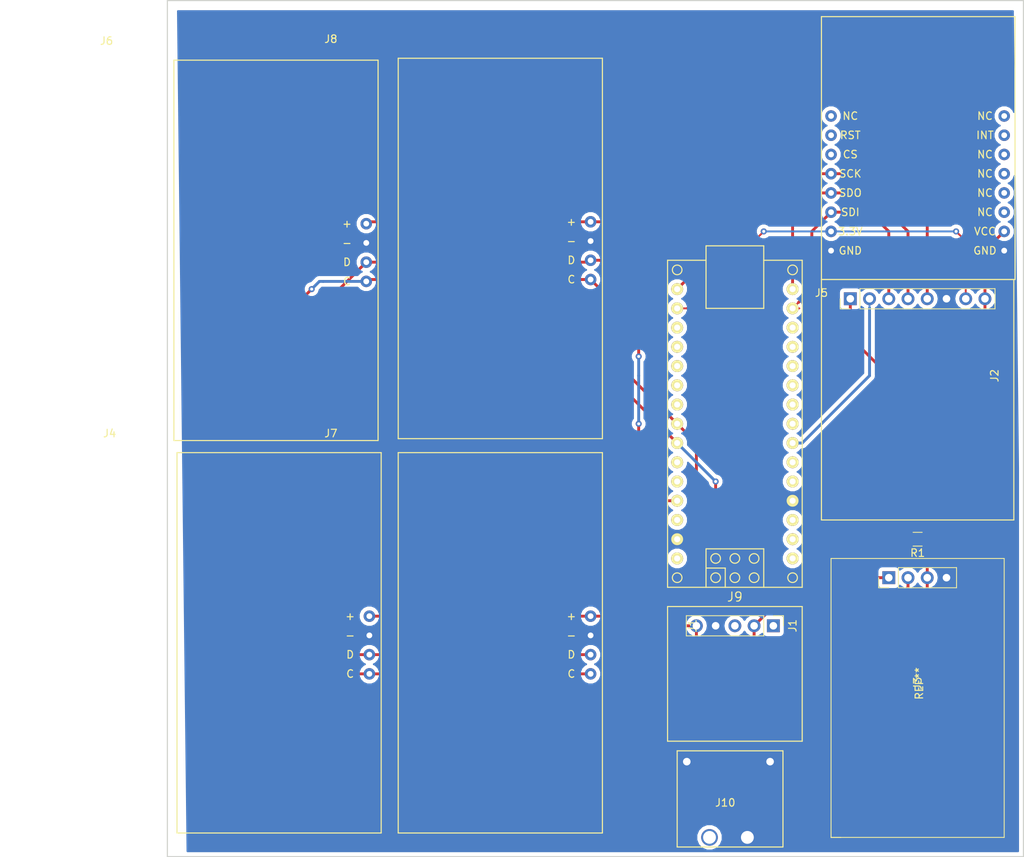
<source format=kicad_pcb>
(kicad_pcb (version 20171130) (host pcbnew "(5.0.0)")

  (general
    (thickness 1.6)
    (drawings 4)
    (tracks 117)
    (zones 0)
    (modules 11)
    (nets 37)
  )

  (page A4)
  (layers
    (0 F.Cu signal)
    (31 B.Cu signal)
    (32 B.Adhes user)
    (33 F.Adhes user)
    (34 B.Paste user)
    (35 F.Paste user)
    (36 B.SilkS user)
    (37 F.SilkS user)
    (38 B.Mask user)
    (39 F.Mask user)
    (40 Dwgs.User user)
    (41 Cmts.User user)
    (42 Eco1.User user)
    (43 Eco2.User user)
    (44 Edge.Cuts user)
    (45 Margin user)
    (46 B.CrtYd user)
    (47 F.CrtYd user)
    (48 B.Fab user)
    (49 F.Fab user)
  )

  (setup
    (last_trace_width 0.25)
    (trace_clearance 0.2)
    (zone_clearance 0.508)
    (zone_45_only no)
    (trace_min 0.2)
    (segment_width 0.2)
    (edge_width 0.15)
    (via_size 0.8)
    (via_drill 0.4)
    (via_min_size 0.4)
    (via_min_drill 0.3)
    (uvia_size 0.3)
    (uvia_drill 0.1)
    (uvias_allowed no)
    (uvia_min_size 0.2)
    (uvia_min_drill 0.1)
    (pcb_text_width 0.3)
    (pcb_text_size 1.5 1.5)
    (mod_edge_width 0.15)
    (mod_text_size 1 1)
    (mod_text_width 0.15)
    (pad_size 1.524 1.524)
    (pad_drill 1)
    (pad_to_mask_clearance 0.2)
    (aux_axis_origin 0 0)
    (visible_elements 7FFFFFFF)
    (pcbplotparams
      (layerselection 0x010fc_ffffffff)
      (usegerberextensions false)
      (usegerberattributes false)
      (usegerberadvancedattributes false)
      (creategerberjobfile false)
      (excludeedgelayer true)
      (linewidth 0.100000)
      (plotframeref false)
      (viasonmask false)
      (mode 1)
      (useauxorigin false)
      (hpglpennumber 1)
      (hpglpenspeed 20)
      (hpglpendiameter 15.000000)
      (psnegative false)
      (psa4output false)
      (plotreference true)
      (plotvalue true)
      (plotinvisibletext false)
      (padsonsilk false)
      (subtractmaskfromsilk false)
      (outputformat 1)
      (mirror false)
      (drillshape 1)
      (scaleselection 1)
      (outputdirectory ""))
  )

  (net 0 "")
  (net 1 /3V3)
  (net 2 /CD)
  (net 3 /5V)
  (net 4 /CS)
  (net 5 /GND)
  (net 6 /IN)
  (net 7 /PG)
  (net 8 /SCL)
  (net 9 /SDA)
  (net 10 /NC)
  (net 11 /RST)
  (net 12 /SCK)
  (net 13 /INT)
  (net 14 /vin)
  (net 15 /tx1)
  (net 16 /rx0)
  (net 17 /rst)
  (net 18 /a7)
  (net 19 /d2)
  (net 20 /a6)
  (net 21 /d3)
  (net 22 /d4)
  (net 23 /d5)
  (net 24 /a3)
  (net 25 /d6)
  (net 26 /a2)
  (net 27 /d7)
  (net 28 /a1)
  (net 29 /d8)
  (net 30 /a0)
  (net 31 /d9)
  (net 32 /ref)
  (net 33 /d10)
  (net 34 /d11)
  (net 35 /d12)
  (net 36 /IN_UNFUSED)

  (net_class Default "This is the default net class."
    (clearance 0.2)
    (trace_width 0.25)
    (via_dia 0.8)
    (via_drill 0.4)
    (uvia_dia 0.3)
    (uvia_drill 0.1)
    (add_net /3V3)
    (add_net /5V)
    (add_net /CD)
    (add_net /CS)
    (add_net /GND)
    (add_net /IN)
    (add_net /INT)
    (add_net /IN_UNFUSED)
    (add_net /NC)
    (add_net /PG)
    (add_net /RST)
    (add_net /SCK)
    (add_net /SCL)
    (add_net /SDA)
    (add_net /a0)
    (add_net /a1)
    (add_net /a2)
    (add_net /a3)
    (add_net /a6)
    (add_net /a7)
    (add_net /d10)
    (add_net /d11)
    (add_net /d12)
    (add_net /d2)
    (add_net /d3)
    (add_net /d4)
    (add_net /d5)
    (add_net /d6)
    (add_net /d7)
    (add_net /d8)
    (add_net /d9)
    (add_net /ref)
    (add_net /rst)
    (add_net /rx0)
    (add_net /tx1)
    (add_net /vin)
  )

  (module TestBaja:DC_Connector (layer F.Cu) (tedit 5BBFFE07) (tstamp 5BC09B76)
    (at 147.32 133.35)
    (path /5BBFF9EB)
    (fp_text reference J10 (at 5.08 -4.58) (layer F.SilkS)
      (effects (font (size 1 1) (thickness 0.15)))
    )
    (fp_text value Conn_01x04_Female (at 5.08 -5.58) (layer F.Fab)
      (effects (font (size 1 1) (thickness 0.15)))
    )
    (fp_line (start -1.27 -11.43) (end 12.7 -11.43) (layer F.SilkS) (width 0.15))
    (fp_line (start 12.7 -11.43) (end 12.7 1.27) (layer F.SilkS) (width 0.15))
    (fp_line (start 12.7 1.27) (end -1.27 1.27) (layer F.SilkS) (width 0.15))
    (fp_line (start -1.27 1.27) (end -1.27 -11.43) (layer F.SilkS) (width 0.15))
    (pad 1 thru_hole circle (at 0 -10) (size 1.524 1.524) (drill 1) (layers *.Cu *.Mask)
      (net 5 /GND))
    (pad 2 thru_hole circle (at 11 -10) (size 1.524 1.524) (drill 1) (layers *.Cu *.Mask)
      (net 5 /GND))
    (pad 3 thru_hole circle (at 3 0) (size 2.2 2.2) (drill 1.7) (layers *.Cu *.Mask)
      (net 36 /IN_UNFUSED))
    (pad 4 thru_hole circle (at 8 0) (size 2.2 2.2) (drill 1.7) (layers *.Cu *.Mask)
      (net 5 /GND))
  )

  (module TestBaja:7_segment_display (layer F.Cu) (tedit 5BAD8A8E) (tstamp 5BB4E048)
    (at 79.6 30.73)
    (path /5BAE5558)
    (fp_text reference J6 (at -8.89 -2.54) (layer F.SilkS)
      (effects (font (size 1 1) (thickness 0.15)))
    )
    (fp_text value Conn_01x04_Female (at -15.24 -5.08) (layer F.Fab)
      (effects (font (size 1 1) (thickness 0.15)))
    )
    (fp_text user C (at 22.86 29.21) (layer F.SilkS)
      (effects (font (size 1 1) (thickness 0.15)))
    )
    (fp_text user D (at 22.86 26.67) (layer F.SilkS)
      (effects (font (size 1 1) (thickness 0.15)))
    )
    (fp_text user - (at 22.86 24.13) (layer F.SilkS)
      (effects (font (size 1 1) (thickness 0.15)))
    )
    (fp_text user + (at 22.86 21.59) (layer F.SilkS)
      (effects (font (size 1 1) (thickness 0.15)))
    )
    (fp_line (start 0 0) (end 0 50.22) (layer F.SilkS) (width 0.15))
    (fp_line (start 0 50.22) (end 26.96 50.22) (layer F.SilkS) (width 0.15))
    (fp_line (start 26.96 0) (end 26.96 50.22) (layer F.SilkS) (width 0.15))
    (fp_line (start 0 0) (end 26.96 0) (layer F.SilkS) (width 0.15))
    (pad 4 thru_hole circle (at 25.4 29.21) (size 1.524 1.524) (drill 0.762) (layers *.Cu *.Mask)
      (net 8 /SCL))
    (pad 3 thru_hole circle (at 25.4 26.67) (size 1.524 1.524) (drill 0.762) (layers *.Cu *.Mask)
      (net 9 /SDA))
    (pad 2 thru_hole circle (at 25.4 24.13) (size 1.524 1.524) (drill 0.762) (layers *.Cu *.Mask)
      (net 5 /GND))
    (pad 1 thru_hole circle (at 25.4 21.59) (size 1.524 1.524) (drill 0.762) (layers *.Cu *.Mask)
      (net 3 /5V))
  )

  (module TestBaja:7_segment_display (layer F.Cu) (tedit 5BAD8A8E) (tstamp 5BB4E058)
    (at 109.22 82.55)
    (path /5BAE55AF)
    (fp_text reference J7 (at -8.89 -2.54) (layer F.SilkS)
      (effects (font (size 1 1) (thickness 0.15)))
    )
    (fp_text value Conn_01x04_Female (at -15.24 -5.08) (layer F.Fab)
      (effects (font (size 1 1) (thickness 0.15)))
    )
    (fp_text user C (at 22.86 29.21) (layer F.SilkS)
      (effects (font (size 1 1) (thickness 0.15)))
    )
    (fp_text user D (at 22.86 26.67) (layer F.SilkS)
      (effects (font (size 1 1) (thickness 0.15)))
    )
    (fp_text user - (at 22.86 24.13) (layer F.SilkS)
      (effects (font (size 1 1) (thickness 0.15)))
    )
    (fp_text user + (at 22.86 21.59) (layer F.SilkS)
      (effects (font (size 1 1) (thickness 0.15)))
    )
    (fp_line (start 0 0) (end 0 50.22) (layer F.SilkS) (width 0.15))
    (fp_line (start 0 50.22) (end 26.96 50.22) (layer F.SilkS) (width 0.15))
    (fp_line (start 26.96 0) (end 26.96 50.22) (layer F.SilkS) (width 0.15))
    (fp_line (start 0 0) (end 26.96 0) (layer F.SilkS) (width 0.15))
    (pad 4 thru_hole circle (at 25.4 29.21) (size 1.524 1.524) (drill 0.762) (layers *.Cu *.Mask)
      (net 8 /SCL))
    (pad 3 thru_hole circle (at 25.4 26.67) (size 1.524 1.524) (drill 0.762) (layers *.Cu *.Mask)
      (net 9 /SDA))
    (pad 2 thru_hole circle (at 25.4 24.13) (size 1.524 1.524) (drill 0.762) (layers *.Cu *.Mask)
      (net 5 /GND))
    (pad 1 thru_hole circle (at 25.4 21.59) (size 1.524 1.524) (drill 0.762) (layers *.Cu *.Mask)
      (net 3 /5V))
  )

  (module Resistor_SMD:R_1206_3216Metric_Pad1.42x1.75mm_HandSolder (layer F.Cu) (tedit 5B301BBD) (tstamp 5BC06906)
    (at 177.8 93.98 180)
    (descr "Resistor SMD 1206 (3216 Metric), square (rectangular) end terminal, IPC_7351 nominal with elongated pad for handsoldering. (Body size source: http://www.tortai-tech.com/upload/download/2011102023233369053.pdf), generated with kicad-footprint-generator")
    (tags "resistor handsolder")
    (path /5BB970D7)
    (attr smd)
    (fp_text reference R1 (at 0 -1.82 180) (layer F.SilkS)
      (effects (font (size 1 1) (thickness 0.15)))
    )
    (fp_text value R (at 0 1.82 180) (layer F.Fab)
      (effects (font (size 1 1) (thickness 0.15)))
    )
    (fp_line (start -1.6 0.8) (end -1.6 -0.8) (layer F.Fab) (width 0.1))
    (fp_line (start -1.6 -0.8) (end 1.6 -0.8) (layer F.Fab) (width 0.1))
    (fp_line (start 1.6 -0.8) (end 1.6 0.8) (layer F.Fab) (width 0.1))
    (fp_line (start 1.6 0.8) (end -1.6 0.8) (layer F.Fab) (width 0.1))
    (fp_line (start -0.602064 -0.91) (end 0.602064 -0.91) (layer F.SilkS) (width 0.12))
    (fp_line (start -0.602064 0.91) (end 0.602064 0.91) (layer F.SilkS) (width 0.12))
    (fp_line (start -2.45 1.12) (end -2.45 -1.12) (layer F.CrtYd) (width 0.05))
    (fp_line (start -2.45 -1.12) (end 2.45 -1.12) (layer F.CrtYd) (width 0.05))
    (fp_line (start 2.45 -1.12) (end 2.45 1.12) (layer F.CrtYd) (width 0.05))
    (fp_line (start 2.45 1.12) (end -2.45 1.12) (layer F.CrtYd) (width 0.05))
    (fp_text user %R (at 0 0 180) (layer F.Fab)
      (effects (font (size 0.8 0.8) (thickness 0.12)))
    )
    (pad 1 smd roundrect (at -1.4875 0 180) (size 1.425 1.75) (layers F.Cu F.Paste F.Mask) (roundrect_rratio 0.175439)
      (net 3 /5V))
    (pad 2 smd roundrect (at 1.4875 0 180) (size 1.425 1.75) (layers F.Cu F.Paste F.Mask) (roundrect_rratio 0.175439)
      (net 2 /CD))
    (model ${KISYS3DMOD}/Resistor_SMD.3dshapes/R_1206_3216Metric.wrl
      (at (xyz 0 0 0))
      (scale (xyz 1 1 1))
      (rotate (xyz 0 0 0))
    )
  )

  (module TestBaja:arduino_nano (layer F.Cu) (tedit 5998B34A) (tstamp 5BC05BF9)
    (at 153.67 78.74 90)
    (path /5BB4261D)
    (fp_text reference J9 (at -22.86 0 180) (layer F.SilkS)
      (effects (font (size 1.2 1.2) (thickness 0.15)))
    )
    (fp_text value Conn_01x30_Female (at 0 0 90) (layer F.Fab)
      (effects (font (size 1.2 1.2) (thickness 0.15)))
    )
    (fp_line (start 21.59 3.81) (end 21.59 8.89) (layer F.SilkS) (width 0.15))
    (fp_line (start 21.59 -8.89) (end 21.59 -3.81) (layer F.SilkS) (width 0.15))
    (fp_line (start 23.495 -3.81) (end 23.495 3.81) (layer F.SilkS) (width 0.15))
    (fp_line (start 23.495 3.81) (end 15.24 3.81) (layer F.SilkS) (width 0.15))
    (fp_line (start 15.24 3.81) (end 15.24 -3.81) (layer F.SilkS) (width 0.15))
    (fp_line (start 15.24 -3.81) (end 23.495 -3.81) (layer F.SilkS) (width 0.15))
    (fp_circle (center -20.32 0) (end -19.685 0) (layer F.SilkS) (width 0.15))
    (fp_circle (center -20.32 2.54) (end -19.685 2.54) (layer F.SilkS) (width 0.15))
    (fp_circle (center -17.78 2.54) (end -17.145 2.54) (layer F.SilkS) (width 0.15))
    (fp_circle (center -17.78 0) (end -17.145 0) (layer F.SilkS) (width 0.15))
    (fp_circle (center -17.78 -2.54) (end -17.145 -2.54) (layer F.SilkS) (width 0.15))
    (fp_circle (center -20.32 -2.54) (end -20.32 -1.905) (layer F.SilkS) (width 0.15))
    (fp_circle (center 20.32 7.62) (end 20.955 7.62) (layer F.SilkS) (width 0.15))
    (fp_circle (center 20.32 -7.62) (end 20.955 -7.62) (layer F.SilkS) (width 0.15))
    (fp_circle (center -20.32 7.62) (end -19.685 7.62) (layer F.SilkS) (width 0.15))
    (fp_circle (center -20.32 -7.62) (end -19.685 -7.62) (layer F.SilkS) (width 0.15))
    (fp_line (start -19.05 -3.81) (end -19.05 -1.27) (layer F.SilkS) (width 0.15))
    (fp_line (start -19.05 -1.27) (end -21.59 -1.27) (layer F.SilkS) (width 0.15))
    (fp_line (start -16.51 -3.81) (end -21.59 -3.81) (layer F.SilkS) (width 0.15))
    (fp_line (start -21.59 3.81) (end -16.51 3.81) (layer F.SilkS) (width 0.15))
    (fp_line (start -16.51 3.81) (end -16.51 -3.81) (layer F.SilkS) (width 0.15))
    (fp_line (start -21.59 -8.89) (end -21.59 8.89) (layer F.SilkS) (width 0.15))
    (fp_line (start -21.59 8.89) (end 21.59 8.89) (layer F.SilkS) (width 0.15))
    (fp_line (start 21.59 -8.89) (end -21.59 -8.89) (layer F.SilkS) (width 0.15))
    (pad 30 thru_hole circle (at -17.78 -7.62 90) (size 1.5748 1.5748) (drill 0.8) (layers *.Cu *.Mask F.SilkS)
      (net 14 /vin))
    (pad 1 thru_hole circle (at -17.78 7.62 90) (size 1.5748 1.5748) (drill 0.8) (layers *.Cu *.Mask F.SilkS)
      (net 15 /tx1))
    (pad 29 thru_hole circle (at -15.24 -7.62 90) (size 1.5748 1.5748) (drill 0.8) (layers *.Cu *.Mask F.SilkS)
      (net 5 /GND))
    (pad 2 thru_hole circle (at -15.24 7.62 90) (size 1.5748 1.5748) (drill 0.8) (layers *.Cu *.Mask F.SilkS)
      (net 16 /rx0))
    (pad 28 thru_hole circle (at -12.7 -7.62 90) (size 1.5748 1.5748) (drill 0.8) (layers *.Cu *.Mask F.SilkS)
      (net 17 /rst))
    (pad 3 thru_hole circle (at -12.7 7.62 90) (size 1.5748 1.5748) (drill 0.8) (layers *.Cu *.Mask F.SilkS)
      (net 17 /rst))
    (pad 27 thru_hole circle (at -10.16 -7.62 90) (size 1.5748 1.5748) (drill 0.8) (layers *.Cu *.Mask F.SilkS)
      (net 3 /5V))
    (pad 4 thru_hole circle (at -10.16 7.62 90) (size 1.5748 1.5748) (drill 0.8) (layers *.Cu *.Mask F.SilkS)
      (net 5 /GND))
    (pad 26 thru_hole circle (at -7.62 -7.62 90) (size 1.5748 1.5748) (drill 0.8) (layers *.Cu *.Mask F.SilkS)
      (net 18 /a7))
    (pad 5 thru_hole circle (at -7.62 7.62 90) (size 1.5748 1.5748) (drill 0.8) (layers *.Cu *.Mask F.SilkS)
      (net 19 /d2))
    (pad 25 thru_hole circle (at -5.08 -7.62 90) (size 1.5748 1.5748) (drill 0.8) (layers *.Cu *.Mask F.SilkS)
      (net 20 /a6))
    (pad 6 thru_hole circle (at -5.08 7.62 90) (size 1.5748 1.5748) (drill 0.8) (layers *.Cu *.Mask F.SilkS)
      (net 21 /d3))
    (pad 24 thru_hole circle (at -2.54 -7.62 90) (size 1.5748 1.5748) (drill 0.8) (layers *.Cu *.Mask F.SilkS)
      (net 8 /SCL))
    (pad 7 thru_hole circle (at -2.54 7.62 90) (size 1.5748 1.5748) (drill 0.8) (layers *.Cu *.Mask F.SilkS)
      (net 22 /d4))
    (pad 23 thru_hole circle (at 0 -7.62 90) (size 1.5748 1.5748) (drill 0.8) (layers *.Cu *.Mask F.SilkS)
      (net 9 /SDA))
    (pad 8 thru_hole circle (at 0 7.62 90) (size 1.5748 1.5748) (drill 0.8) (layers *.Cu *.Mask F.SilkS)
      (net 23 /d5))
    (pad 22 thru_hole circle (at 2.54 -7.62 90) (size 1.5748 1.5748) (drill 0.8) (layers *.Cu *.Mask F.SilkS)
      (net 24 /a3))
    (pad 9 thru_hole circle (at 2.54 7.62 90) (size 1.5748 1.5748) (drill 0.8) (layers *.Cu *.Mask F.SilkS)
      (net 25 /d6))
    (pad 21 thru_hole circle (at 5.08 -7.62 90) (size 1.5748 1.5748) (drill 0.8) (layers *.Cu *.Mask F.SilkS)
      (net 26 /a2))
    (pad 10 thru_hole circle (at 5.08 7.62 90) (size 1.5748 1.5748) (drill 0.8) (layers *.Cu *.Mask F.SilkS)
      (net 27 /d7))
    (pad 20 thru_hole circle (at 7.62 -7.62 90) (size 1.5748 1.5748) (drill 0.8) (layers *.Cu *.Mask F.SilkS)
      (net 28 /a1))
    (pad 11 thru_hole circle (at 7.62 7.62 90) (size 1.5748 1.5748) (drill 0.8) (layers *.Cu *.Mask F.SilkS)
      (net 29 /d8))
    (pad 19 thru_hole circle (at 10.16 -7.62 90) (size 1.5748 1.5748) (drill 0.8) (layers *.Cu *.Mask F.SilkS)
      (net 30 /a0))
    (pad 12 thru_hole circle (at 10.16 7.62 90) (size 1.5748 1.5748) (drill 0.8) (layers *.Cu *.Mask F.SilkS)
      (net 31 /d9))
    (pad 18 thru_hole circle (at 12.7 -7.62 90) (size 1.5748 1.5748) (drill 0.8) (layers *.Cu *.Mask F.SilkS)
      (net 32 /ref))
    (pad 13 thru_hole circle (at 12.7 7.62 90) (size 1.5748 1.5748) (drill 0.8) (layers *.Cu *.Mask F.SilkS)
      (net 33 /d10))
    (pad 17 thru_hole circle (at 15.24 -7.62 90) (size 1.5748 1.5748) (drill 0.8) (layers *.Cu *.Mask F.SilkS)
      (net 1 /3V3))
    (pad 14 thru_hole circle (at 15.24 7.62 90) (size 1.5748 1.5748) (drill 0.8) (layers *.Cu *.Mask F.SilkS)
      (net 34 /d11))
    (pad 16 thru_hole circle (at 17.78 -7.62 90) (size 1.5748 1.5748) (drill 0.8) (layers *.Cu *.Mask F.SilkS)
      (net 12 /SCK))
    (pad 15 thru_hole circle (at 17.78 7.62 90) (size 1.5748 1.5748) (drill 0.8) (layers *.Cu *.Mask F.SilkS)
      (net 35 /d12))
  )

  (module TestBaja:7_segment_display (layer F.Cu) (tedit 5BAD8A8E) (tstamp 5BB4E068)
    (at 109.22 30.48)
    (path /5BAE551C)
    (fp_text reference J8 (at -8.89 -2.54) (layer F.SilkS)
      (effects (font (size 1 1) (thickness 0.15)))
    )
    (fp_text value Conn_01x04_Female (at -15.24 -5.08) (layer F.Fab)
      (effects (font (size 1 1) (thickness 0.15)))
    )
    (fp_text user C (at 22.86 29.21) (layer F.SilkS)
      (effects (font (size 1 1) (thickness 0.15)))
    )
    (fp_text user D (at 22.86 26.67) (layer F.SilkS)
      (effects (font (size 1 1) (thickness 0.15)))
    )
    (fp_text user - (at 22.86 24.13) (layer F.SilkS)
      (effects (font (size 1 1) (thickness 0.15)))
    )
    (fp_text user + (at 22.86 21.59) (layer F.SilkS)
      (effects (font (size 1 1) (thickness 0.15)))
    )
    (fp_line (start 0 0) (end 0 50.22) (layer F.SilkS) (width 0.15))
    (fp_line (start 0 50.22) (end 26.96 50.22) (layer F.SilkS) (width 0.15))
    (fp_line (start 26.96 0) (end 26.96 50.22) (layer F.SilkS) (width 0.15))
    (fp_line (start 0 0) (end 26.96 0) (layer F.SilkS) (width 0.15))
    (pad 4 thru_hole circle (at 25.4 29.21) (size 1.524 1.524) (drill 0.762) (layers *.Cu *.Mask)
      (net 8 /SCL))
    (pad 3 thru_hole circle (at 25.4 26.67) (size 1.524 1.524) (drill 0.762) (layers *.Cu *.Mask)
      (net 9 /SDA))
    (pad 2 thru_hole circle (at 25.4 24.13) (size 1.524 1.524) (drill 0.762) (layers *.Cu *.Mask)
      (net 5 /GND))
    (pad 1 thru_hole circle (at 25.4 21.59) (size 1.524 1.524) (drill 0.762) (layers *.Cu *.Mask)
      (net 3 /5V))
  )

  (module TestBaja:7_segment_display (layer F.Cu) (tedit 5BAD8A8E) (tstamp 5BB4E038)
    (at 80.01 82.55)
    (path /5BADDC61)
    (fp_text reference J4 (at -8.89 -2.54) (layer F.SilkS)
      (effects (font (size 1 1) (thickness 0.15)))
    )
    (fp_text value Conn_01x04_Female (at -15.24 -5.08) (layer F.Fab)
      (effects (font (size 1 1) (thickness 0.15)))
    )
    (fp_text user C (at 22.86 29.21) (layer F.SilkS)
      (effects (font (size 1 1) (thickness 0.15)))
    )
    (fp_text user D (at 22.86 26.67) (layer F.SilkS)
      (effects (font (size 1 1) (thickness 0.15)))
    )
    (fp_text user - (at 22.86 24.13) (layer F.SilkS)
      (effects (font (size 1 1) (thickness 0.15)))
    )
    (fp_text user + (at 22.86 21.59) (layer F.SilkS)
      (effects (font (size 1 1) (thickness 0.15)))
    )
    (fp_line (start 0 0) (end 0 50.22) (layer F.SilkS) (width 0.15))
    (fp_line (start 0 50.22) (end 26.96 50.22) (layer F.SilkS) (width 0.15))
    (fp_line (start 26.96 0) (end 26.96 50.22) (layer F.SilkS) (width 0.15))
    (fp_line (start 0 0) (end 26.96 0) (layer F.SilkS) (width 0.15))
    (pad 4 thru_hole circle (at 25.4 29.21) (size 1.524 1.524) (drill 0.762) (layers *.Cu *.Mask)
      (net 8 /SCL))
    (pad 3 thru_hole circle (at 25.4 26.67) (size 1.524 1.524) (drill 0.762) (layers *.Cu *.Mask)
      (net 9 /SDA))
    (pad 2 thru_hole circle (at 25.4 24.13) (size 1.524 1.524) (drill 0.762) (layers *.Cu *.Mask)
      (net 5 /GND))
    (pad 1 thru_hole circle (at 25.4 21.59) (size 1.524 1.524) (drill 0.762) (layers *.Cu *.Mask)
      (net 3 /5V))
  )

  (module TestBaja:CAN_Module (layer F.Cu) (tedit 5BBCFE47) (tstamp 5BB4DFEE)
    (at 165.1 59.69)
    (path /5BADEA94)
    (fp_text reference J5 (at 0 1.77) (layer F.SilkS)
      (effects (font (size 1 1) (thickness 0.15)))
    )
    (fp_text value Conn_01x16_Female (at 0 0.77) (layer F.Fab)
      (effects (font (size 1 1) (thickness 0.15)))
    )
    (fp_text user GND (at 21.59 -3.81) (layer F.SilkS)
      (effects (font (size 1 1) (thickness 0.15)))
    )
    (fp_text user VCC (at 21.59 -6.35) (layer F.SilkS)
      (effects (font (size 1 1) (thickness 0.15)))
    )
    (fp_text user NC (at 21.59 -8.89) (layer F.SilkS)
      (effects (font (size 1 1) (thickness 0.15)))
    )
    (fp_text user NC (at 21.59 -11.43) (layer F.SilkS)
      (effects (font (size 1 1) (thickness 0.15)))
    )
    (fp_text user NC (at 21.59 -13.97) (layer F.SilkS)
      (effects (font (size 1 1) (thickness 0.15)))
    )
    (fp_text user NC (at 21.59 -16.51) (layer F.SilkS)
      (effects (font (size 1 1) (thickness 0.15)))
    )
    (fp_text user INT (at 21.59 -19.05) (layer F.SilkS)
      (effects (font (size 1 1) (thickness 0.15)))
    )
    (fp_text user NC (at 21.59 -21.59) (layer F.SilkS)
      (effects (font (size 1 1) (thickness 0.15)))
    )
    (fp_text user GND (at 3.81 -3.81) (layer F.SilkS)
      (effects (font (size 1 1) (thickness 0.15)))
    )
    (fp_text user 3.3V (at 3.81 -6.35) (layer F.SilkS)
      (effects (font (size 1 1) (thickness 0.15)))
    )
    (fp_text user SDI (at 3.81 -8.89) (layer F.SilkS)
      (effects (font (size 1 1) (thickness 0.15)))
    )
    (fp_text user SDO (at 3.81 -11.43) (layer F.SilkS)
      (effects (font (size 1 1) (thickness 0.15)))
    )
    (fp_text user SCK (at 3.81 -13.97) (layer F.SilkS)
      (effects (font (size 1 1) (thickness 0.15)))
    )
    (fp_text user CS (at 3.81 -16.51) (layer F.SilkS)
      (effects (font (size 1 1) (thickness 0.15)))
    )
    (fp_text user RST (at 3.81 -19.05) (layer F.SilkS)
      (effects (font (size 1 1) (thickness 0.15)))
    )
    (fp_text user NC (at 3.81 -21.59) (layer F.SilkS)
      (effects (font (size 1 1) (thickness 0.15)))
    )
    (fp_line (start 0 -34.71) (end 25.56 -34.71) (layer F.SilkS) (width 0.15))
    (fp_line (start 25.56 -34.71) (end 25.56 0) (layer F.SilkS) (width 0.15))
    (fp_line (start 0 0) (end 25.56 0) (layer F.SilkS) (width 0.15))
    (fp_line (start 0 0) (end 0 -34.71) (layer F.SilkS) (width 0.15))
    (pad 8 thru_hole circle (at 1.27 -21.59) (size 1.524 1.524) (drill 0.762) (layers *.Cu *.Mask)
      (net 10 /NC))
    (pad 7 thru_hole circle (at 1.27 -19.05) (size 1.524 1.524) (drill 0.762) (layers *.Cu *.Mask)
      (net 11 /RST))
    (pad 6 thru_hole circle (at 1.27 -16.51) (size 1.524 1.524) (drill 0.762) (layers *.Cu *.Mask)
      (net 4 /CS))
    (pad 5 thru_hole circle (at 1.27 -13.97) (size 1.524 1.524) (drill 0.762) (layers *.Cu *.Mask)
      (net 12 /SCK))
    (pad 4 thru_hole circle (at 1.27 -11.43) (size 1.524 1.524) (drill 0.762) (layers *.Cu *.Mask)
      (net 35 /d12))
    (pad 3 thru_hole circle (at 1.27 -8.89) (size 1.524 1.524) (drill 0.762) (layers *.Cu *.Mask)
      (net 34 /d11))
    (pad 2 thru_hole circle (at 1.27 -6.35) (size 1.524 1.524) (drill 0.762) (layers *.Cu *.Mask)
      (net 1 /3V3))
    (pad 1 thru_hole circle (at 1.27 -3.81) (size 1.524 1.524) (drill 0.762) (layers *.Cu *.Mask)
      (net 5 /GND))
    (pad 9 thru_hole circle (at 24.13 -21.59) (size 1.524 1.524) (drill 0.762) (layers *.Cu *.Mask)
      (net 10 /NC))
    (pad 10 thru_hole circle (at 24.13 -19.05) (size 1.524 1.524) (drill 0.762) (layers *.Cu *.Mask)
      (net 13 /INT))
    (pad 11 thru_hole circle (at 24.13 -16.51) (size 1.524 1.524) (drill 0.762) (layers *.Cu *.Mask)
      (net 10 /NC))
    (pad 12 thru_hole circle (at 24.13 -13.97) (size 1.524 1.524) (drill 0.762) (layers *.Cu *.Mask)
      (net 10 /NC))
    (pad 13 thru_hole circle (at 24.13 -11.43) (size 1.524 1.524) (drill 0.762) (layers *.Cu *.Mask)
      (net 10 /NC))
    (pad 14 thru_hole circle (at 24.13 -8.89) (size 1.524 1.524) (drill 0.762) (layers *.Cu *.Mask)
      (net 10 /NC))
    (pad 15 thru_hole circle (at 24.13 -6.35) (size 1.524 1.524) (drill 0.762) (layers *.Cu *.Mask)
      (net 3 /5V))
    (pad 16 thru_hole circle (at 24.13 -3.81) (size 1.524 1.524) (drill 0.762) (layers *.Cu *.Mask)
      (net 5 /GND))
  )

  (module TestBaja:RealTimeClock (layer F.Cu) (tedit 5BAAE03D) (tstamp 5BB4D326)
    (at 177.8 99.06 90)
    (path /5BADD25C)
    (fp_text reference J3 (at -13.97 0 90) (layer F.SilkS)
      (effects (font (size 1 1) (thickness 0.15)))
    )
    (fp_text value Conn_01x04_Female (at -3.81 -8.89 90) (layer F.Fab)
      (effects (font (size 1 1) (thickness 0.15)))
    )
    (fp_line (start -1.33 -5.14) (end 0 -5.14) (layer F.SilkS) (width 0.12))
    (fp_text user %R (at -17.78 0 -180) (layer F.Fab)
      (effects (font (size 1 1) (thickness 0.15)))
    )
    (fp_line (start -1.33 5.14) (end 1.33 5.14) (layer F.SilkS) (width 0.12))
    (fp_line (start -1.27 -4.445) (end -0.635 -5.08) (layer F.Fab) (width 0.1))
    (fp_line (start -1.27 5.08) (end -1.27 -4.445) (layer F.Fab) (width 0.1))
    (fp_line (start 1.27 5.08) (end -1.27 5.08) (layer F.Fab) (width 0.1))
    (fp_line (start 1.27 -5.08) (end 1.27 5.08) (layer F.Fab) (width 0.1))
    (fp_line (start -0.635 -5.08) (end 1.27 -5.08) (layer F.Fab) (width 0.1))
    (fp_line (start -1.33 -2.54) (end 1.33 -2.54) (layer F.SilkS) (width 0.12))
    (fp_line (start 1.8 5.59) (end 1.8 -5.61) (layer F.CrtYd) (width 0.05))
    (fp_line (start -1.33 -3.81) (end -1.33 -5.14) (layer F.SilkS) (width 0.12))
    (fp_line (start -1.8 5.59) (end 1.8 5.59) (layer F.CrtYd) (width 0.05))
    (fp_line (start -1.33 -2.54) (end -1.33 5.14) (layer F.SilkS) (width 0.12))
    (fp_line (start -1.8 -5.61) (end -1.8 5.59) (layer F.CrtYd) (width 0.05))
    (fp_line (start 1.8 -5.61) (end -1.8 -5.61) (layer F.CrtYd) (width 0.05))
    (fp_text user REF** (at -13.97 0.21 90) (layer F.SilkS)
      (effects (font (size 1 1) (thickness 0.15)))
    )
    (fp_line (start 1.33 -2.54) (end 1.33 5.14) (layer F.SilkS) (width 0.12))
    (fp_line (start 2.54 -11.43) (end 2.54 11.43) (layer F.SilkS) (width 0.12))
    (fp_line (start 2.54 11.43) (end -34.29 11.43) (layer F.SilkS) (width 0.12))
    (fp_line (start -34.29 11.43) (end -34.29 -10.16) (layer F.SilkS) (width 0.12))
    (fp_line (start -34.29 -11.43) (end -34.29 -10.16) (layer F.SilkS) (width 0.12))
    (fp_line (start -34.29 -10.16) (end -34.29 -11.43) (layer F.SilkS) (width 0.12))
    (fp_line (start -34.29 -11.43) (end 2.54 -11.43) (layer F.SilkS) (width 0.12))
    (fp_text user SCL (at -3.81 -3.81 90) (layer Dwgs.User)
      (effects (font (size 1 1) (thickness 0.15)))
    )
    (fp_text user SDA (at -3.81 -1.27 90) (layer Dwgs.User)
      (effects (font (size 1 1) (thickness 0.15)))
    )
    (fp_text user VCC (at -3.81 1.27 90) (layer Dwgs.User)
      (effects (font (size 1 1) (thickness 0.15)))
    )
    (fp_text user GND (at -3.81 3.81 90) (layer Dwgs.User)
      (effects (font (size 1 1) (thickness 0.15)))
    )
    (pad 3 thru_hole oval (at 0 1.27 90) (size 1.7 1.7) (drill 1) (layers *.Cu *.Mask)
      (net 3 /5V))
    (pad 1 thru_hole rect (at 0 -3.81 90) (size 1.7 1.7) (drill 1) (layers *.Cu *.Mask)
      (net 8 /SCL))
    (pad 4 thru_hole oval (at 0 3.81 90) (size 1.7 1.7) (drill 1) (layers *.Cu *.Mask)
      (net 5 /GND))
    (pad 2 thru_hole oval (at 0 -1.27 90) (size 1.7 1.7) (drill 1) (layers *.Cu *.Mask)
      (net 9 /SDA))
  )

  (module TestBaja:Buck_module (layer F.Cu) (tedit 5BAAD64B) (tstamp 5BB4C1BA)
    (at 158.75 105.41 270)
    (path /5BA4425B)
    (fp_text reference J1 (at 0 10.66 270) (layer F.SilkS)
      (effects (font (size 1 1) (thickness 0.15)))
    )
    (fp_text value Conn_01x05_Male (at -2.54 5.08) (layer F.Fab)
      (effects (font (size 1 1) (thickness 0.15)))
    )
    (fp_text user %R (at 0 5.08) (layer F.Fab)
      (effects (font (size 1 1) (thickness 0.15)))
    )
    (fp_text user J1 (at 0 -2.54 270) (layer F.SilkS)
      (effects (font (size 1 1) (thickness 0.15)))
    )
    (fp_line (start -1.8 11.95) (end 1.8 11.95) (layer F.CrtYd) (width 0.05))
    (fp_line (start -0.635 -1.27) (end 1.27 -1.27) (layer F.Fab) (width 0.1))
    (fp_line (start -1.33 1.27) (end 1.33 1.27) (layer F.SilkS) (width 0.12))
    (fp_line (start -1.33 1.27) (end -1.33 11.49) (layer F.SilkS) (width 0.12))
    (fp_line (start -1.27 11.43) (end -1.27 -0.635) (layer F.Fab) (width 0.1))
    (fp_line (start 1.8 11.95) (end 1.8 -1.8) (layer F.CrtYd) (width 0.05))
    (fp_line (start -1.8 -1.8) (end -1.8 11.95) (layer F.CrtYd) (width 0.05))
    (fp_line (start 1.33 1.27) (end 1.33 11.49) (layer F.SilkS) (width 0.12))
    (fp_line (start 1.27 -1.27) (end 1.27 11.43) (layer F.Fab) (width 0.1))
    (fp_line (start -1.27 -0.635) (end -0.635 -1.27) (layer F.Fab) (width 0.1))
    (fp_line (start 1.8 -1.8) (end -1.8 -1.8) (layer F.CrtYd) (width 0.05))
    (fp_line (start -1.33 0) (end -1.33 -1.33) (layer F.SilkS) (width 0.12))
    (fp_line (start -1.33 11.49) (end 1.33 11.49) (layer F.SilkS) (width 0.12))
    (fp_line (start 1.27 11.43) (end -1.27 11.43) (layer F.Fab) (width 0.1))
    (fp_line (start -1.33 -1.33) (end 0 -1.33) (layer F.SilkS) (width 0.12))
    (fp_line (start -2.54 -3.81) (end 15.24 -3.81) (layer F.SilkS) (width 0.15))
    (fp_line (start 15.24 -3.81) (end 15.24 13.97) (layer F.SilkS) (width 0.15))
    (fp_line (start 15.24 13.97) (end -2.54 13.97) (layer F.SilkS) (width 0.15))
    (fp_line (start -2.54 13.97) (end -2.54 -3.81) (layer F.SilkS) (width 0.15))
    (pad 5 thru_hole oval (at 0 10.16 270) (size 1.7 1.7) (drill 1) (layers *.Cu *.Mask)
      (net 3 /5V))
    (pad 3 thru_hole oval (at 0 5.08 270) (size 1.7 1.7) (drill 1) (layers *.Cu *.Mask)
      (net 6 /IN))
    (pad 1 thru_hole rect (at 0 0 270) (size 1.7 1.7) (drill 1) (layers *.Cu *.Mask)
      (net 7 /PG))
    (pad 4 thru_hole oval (at 0 7.62 270) (size 1.7 1.7) (drill 1) (layers *.Cu *.Mask)
      (net 5 /GND))
    (pad 2 thru_hole oval (at 0 2.54 270) (size 1.7 1.7) (drill 1) (layers *.Cu *.Mask)
      (net 3 /5V))
  )

  (module TestBaja:microSD_module (layer F.Cu) (tedit 5BAADB44) (tstamp 5BB4C1B9)
    (at 186.69 62.23 90)
    (path /5BAD48CA)
    (fp_text reference J2 (at -10.16 1.27 90) (layer F.SilkS)
      (effects (font (size 1 1) (thickness 0.15)))
    )
    (fp_text value Conn_01x08_Female (at -13.97 2.54 90) (layer F.Fab)
      (effects (font (size 1 1) (thickness 0.15)))
    )
    (fp_line (start -1.27 -18.415) (end -0.635 -19.05) (layer F.Fab) (width 0.1))
    (fp_line (start 1.27 -19.05) (end 1.27 1.27) (layer F.Fab) (width 0.1))
    (fp_line (start -1.8 -19.58) (end -1.8 1.77) (layer F.CrtYd) (width 0.05))
    (fp_line (start -1.8 1.77) (end 1.8 1.77) (layer F.CrtYd) (width 0.05))
    (fp_line (start 1.33 -16.51) (end 1.33 1.33) (layer F.SilkS) (width 0.12))
    (fp_line (start 1.8 -19.58) (end -1.8 -19.58) (layer F.CrtYd) (width 0.05))
    (fp_line (start -1.33 -16.51) (end 1.33 -16.51) (layer F.SilkS) (width 0.12))
    (fp_line (start -1.27 1.27) (end -1.27 -18.415) (layer F.Fab) (width 0.1))
    (fp_line (start -1.33 -19.11) (end 0 -19.11) (layer F.SilkS) (width 0.12))
    (fp_line (start 1.27 1.27) (end -1.27 1.27) (layer F.Fab) (width 0.1))
    (fp_line (start -0.635 -19.05) (end 1.27 -19.05) (layer F.Fab) (width 0.1))
    (fp_line (start -1.33 1.33) (end 1.33 1.33) (layer F.SilkS) (width 0.12))
    (fp_line (start 1.8 1.77) (end 1.8 -19.58) (layer F.CrtYd) (width 0.05))
    (fp_line (start -1.33 -17.78) (end -1.33 -19.11) (layer F.SilkS) (width 0.12))
    (fp_line (start -1.33 -16.51) (end -1.33 1.33) (layer F.SilkS) (width 0.12))
    (fp_text user %R (at -10.16 0 90) (layer F.Fab)
      (effects (font (size 1 1) (thickness 0.15)))
    )
    (fp_line (start 2.54 3.81) (end -29.21 3.81) (layer F.SilkS) (width 0.15))
    (fp_line (start -29.21 -21.59) (end 2.54 -21.59) (layer F.SilkS) (width 0.15))
    (fp_line (start 2.54 -21.59) (end 2.54 3.81) (layer F.SilkS) (width 0.15))
    (fp_line (start -29.21 -21.59) (end -29.21 3.81) (layer F.SilkS) (width 0.15))
    (pad 3 thru_hole oval (at 0 -12.7 90) (size 1.7 1.7) (drill 1) (layers *.Cu *.Mask)
      (net 34 /d11))
    (pad 7 thru_hole oval (at 0 -2.54 90) (size 1.7 1.7) (drill 1) (layers *.Cu *.Mask)
      (net 1 /3V3))
    (pad 4 thru_hole oval (at 0 -10.16 90) (size 1.7 1.7) (drill 1) (layers *.Cu *.Mask)
      (net 35 /d12))
    (pad 1 thru_hole rect (at 0 -17.78 90) (size 1.7 1.7) (drill 1) (layers *.Cu *.Mask)
      (net 2 /CD))
    (pad 8 thru_hole oval (at 0 0 90) (size 1.7 1.7) (drill 1) (layers *.Cu *.Mask)
      (net 3 /5V))
    (pad 5 thru_hole oval (at 0 -7.62 90) (size 1.7 1.7) (drill 1) (layers *.Cu *.Mask)
      (net 12 /SCK))
    (pad 2 thru_hole oval (at 0 -15.24 90) (size 1.7 1.7) (drill 1) (layers *.Cu *.Mask)
      (net 22 /d4))
    (pad 6 thru_hole oval (at 0 -5.08 90) (size 1.7 1.7) (drill 1) (layers *.Cu *.Mask)
      (net 5 /GND))
  )

  (gr_line (start 78.74 22.86) (end 78.74 135.89) (layer Edge.Cuts) (width 0.15))
  (gr_line (start 191.77 22.86) (end 78.74 22.86) (layer Edge.Cuts) (width 0.15))
  (gr_line (start 191.77 135.89) (end 191.77 22.86) (layer Edge.Cuts) (width 0.15))
  (gr_line (start 78.74 135.89) (end 191.77 135.89) (layer Edge.Cuts) (width 0.15))

  (segment (start 146.05 63.5) (end 147.32 63.5) (width 0.25) (layer F.Cu) (net 1))
  (segment (start 147.32 63.5) (end 157.48 53.34) (width 0.25) (layer F.Cu) (net 1))
  (segment (start 184.15 62.23) (end 184.15 55.88) (width 0.25) (layer F.Cu) (net 1))
  (segment (start 184.15 55.88) (end 184.15 54.61) (width 0.25) (layer F.Cu) (net 1))
  (segment (start 184.15 54.61) (end 182.88 53.34) (width 0.25) (layer F.Cu) (net 1))
  (segment (start 182.88 53.34) (end 182.88 53.34) (width 0.25) (layer F.Cu) (net 1) (tstamp 5BCCB869))
  (via (at 182.88 53.34) (size 0.8) (drill 0.4) (layers F.Cu B.Cu) (net 1))
  (segment (start 157.48 53.34) (end 157.48 53.34) (width 0.25) (layer F.Cu) (net 1) (tstamp 5BCCB86B))
  (via (at 157.48 53.34) (size 0.8) (drill 0.4) (layers F.Cu B.Cu) (net 1))
  (segment (start 182.88 53.34) (end 166.37 53.34) (width 0.25) (layer B.Cu) (net 1))
  (segment (start 166.37 53.34) (end 157.48 53.34) (width 0.25) (layer B.Cu) (net 1))
  (segment (start 176.3125 93.98) (end 176.3125 74.7125) (width 0.381) (layer F.Cu) (net 2))
  (segment (start 176.3125 74.7125) (end 168.91 67.31) (width 0.381) (layer F.Cu) (net 2))
  (segment (start 168.91 67.31) (end 168.91 62.23) (width 0.381) (layer F.Cu) (net 2))
  (segment (start 156.21 105.41) (end 156.21 107.95) (width 0.381) (layer F.Cu) (net 3))
  (segment (start 156.21 107.95) (end 154.94 109.22) (width 0.381) (layer F.Cu) (net 3))
  (segment (start 154.94 109.22) (end 149.86 109.22) (width 0.381) (layer F.Cu) (net 3))
  (segment (start 148.59 107.95) (end 148.59 105.41) (width 0.381) (layer F.Cu) (net 3))
  (segment (start 149.86 109.22) (end 148.59 107.95) (width 0.381) (layer F.Cu) (net 3))
  (segment (start 134.62 104.14) (end 105.41 104.14) (width 0.381) (layer F.Cu) (net 3))
  (segment (start 105.25 52.07) (end 105 52.32) (width 0.25) (layer F.Cu) (net 3))
  (segment (start 134.62 52.07) (end 105.25 52.07) (width 0.381) (layer F.Cu) (net 3))
  (segment (start 158.75 102.87) (end 156.21 105.41) (width 0.381) (layer F.Cu) (net 3))
  (segment (start 177.8 102.87) (end 158.75 102.87) (width 0.381) (layer F.Cu) (net 3))
  (segment (start 179.07 99.06) (end 179.07 101.6) (width 0.381) (layer F.Cu) (net 3))
  (segment (start 179.07 101.6) (end 177.8 102.87) (width 0.381) (layer F.Cu) (net 3))
  (segment (start 140.97 93.98) (end 140.97 97.79) (width 0.381) (layer F.Cu) (net 3))
  (segment (start 139.7 104.14) (end 134.62 104.14) (width 0.381) (layer F.Cu) (net 3))
  (segment (start 179.2875 93.98) (end 179.2875 74.7125) (width 0.381) (layer F.Cu) (net 3))
  (segment (start 186.69 67.31) (end 186.69 62.23) (width 0.381) (layer F.Cu) (net 3))
  (segment (start 179.2875 74.7125) (end 186.69 67.31) (width 0.381) (layer F.Cu) (net 3))
  (segment (start 140.97 105.41) (end 139.7 104.14) (width 0.381) (layer F.Cu) (net 3))
  (segment (start 148.59 105.41) (end 140.97 105.41) (width 0.381) (layer F.Cu) (net 3))
  (segment (start 140.97 97.79) (end 140.97 102.87) (width 0.381) (layer F.Cu) (net 3))
  (segment (start 140.97 102.87) (end 139.7 104.14) (width 0.381) (layer F.Cu) (net 3))
  (segment (start 179.07 94.1975) (end 179.2875 93.98) (width 0.25) (layer F.Cu) (net 3))
  (segment (start 179.07 99.06) (end 179.07 94.1975) (width 0.381) (layer F.Cu) (net 3))
  (segment (start 186.69 55.88) (end 186.69 62.23) (width 0.381) (layer F.Cu) (net 3))
  (segment (start 189.23 53.34) (end 186.69 55.88) (width 0.381) (layer F.Cu) (net 3))
  (segment (start 140.97 93.98) (end 140.97 81.28) (width 0.381) (layer F.Cu) (net 3))
  (segment (start 140.97 81.28) (end 140.97 78.74) (width 0.381) (layer F.Cu) (net 3))
  (segment (start 140.97 78.74) (end 140.97 78.74) (width 0.25) (layer F.Cu) (net 3) (tstamp 5BCCB881))
  (via (at 140.97 78.74) (size 0.8) (drill 0.4) (layers F.Cu B.Cu) (net 3))
  (segment (start 140.97 78.74) (end 140.97 72.39) (width 0.381) (layer B.Cu) (net 3))
  (segment (start 140.97 72.39) (end 140.97 69.85) (width 0.381) (layer B.Cu) (net 3))
  (segment (start 140.97 69.85) (end 140.97 69.85) (width 0.25) (layer B.Cu) (net 3) (tstamp 5BCCB88D))
  (via (at 140.97 69.85) (size 0.8) (drill 0.4) (layers F.Cu B.Cu) (net 3))
  (segment (start 140.97 69.85) (end 140.97 54.61) (width 0.381) (layer F.Cu) (net 3))
  (segment (start 138.43 52.07) (end 134.62 52.07) (width 0.381) (layer F.Cu) (net 3))
  (segment (start 140.97 54.61) (end 138.43 52.07) (width 0.381) (layer F.Cu) (net 3))
  (segment (start 146.05 88.9) (end 140.97 88.9) (width 0.381) (layer F.Cu) (net 3))
  (segment (start 134.62 111.76) (end 105.41 111.76) (width 0.381) (layer F.Cu) (net 8))
  (segment (start 105.41 111.76) (end 99.06 111.76) (width 0.381) (layer F.Cu) (net 8))
  (segment (start 99.06 111.76) (end 96.52 109.22) (width 0.381) (layer F.Cu) (net 8))
  (segment (start 96.52 109.22) (end 96.52 62.23) (width 0.381) (layer F.Cu) (net 8))
  (segment (start 96.52 62.23) (end 97.79 60.96) (width 0.381) (layer F.Cu) (net 8))
  (segment (start 97.79 60.96) (end 97.79 60.96) (width 0.25) (layer F.Cu) (net 8) (tstamp 5BC06F9E))
  (via (at 97.79 60.96) (size 0.8) (drill 0.4) (layers F.Cu B.Cu) (net 8))
  (segment (start 99.31 59.94) (end 105 59.94) (width 0.381) (layer B.Cu) (net 8))
  (segment (start 98.81 59.94) (end 99.31 59.94) (width 0.381) (layer B.Cu) (net 8))
  (segment (start 97.79 60.96) (end 98.81 59.94) (width 0.381) (layer B.Cu) (net 8))
  (segment (start 105.25 59.69) (end 105 59.94) (width 0.25) (layer F.Cu) (net 8))
  (segment (start 134.62 59.69) (end 105.25 59.69) (width 0.381) (layer F.Cu) (net 8))
  (via (at 151.13 86.36) (size 0.8) (drill 0.4) (layers F.Cu B.Cu) (net 8))
  (segment (start 148.59 83.82) (end 146.05 81.28) (width 0.381) (layer B.Cu) (net 8))
  (segment (start 135.89 60.96) (end 134.62 59.69) (width 0.381) (layer F.Cu) (net 8))
  (segment (start 168.91 99.06) (end 173.99 99.06) (width 0.381) (layer F.Cu) (net 8))
  (segment (start 168.91 99.06) (end 165.1 99.06) (width 0.381) (layer F.Cu) (net 8))
  (segment (start 165.1 99.06) (end 161.29 99.06) (width 0.381) (layer F.Cu) (net 8))
  (segment (start 161.29 99.06) (end 157.48 95.25) (width 0.381) (layer F.Cu) (net 8))
  (segment (start 157.48 95.25) (end 151.13 88.9) (width 0.381) (layer F.Cu) (net 8))
  (segment (start 151.13 88.9) (end 151.13 86.36) (width 0.381) (layer F.Cu) (net 8))
  (segment (start 151.13 86.36) (end 148.59 83.82) (width 0.381) (layer B.Cu) (net 8))
  (segment (start 146.05 81.28) (end 135.89 71.12) (width 0.381) (layer F.Cu) (net 8))
  (segment (start 135.89 71.12) (end 135.89 60.96) (width 0.381) (layer F.Cu) (net 8))
  (segment (start 105.41 109.22) (end 134.62 109.22) (width 0.381) (layer F.Cu) (net 9))
  (segment (start 97.79 64.61) (end 97.79 107.95) (width 0.381) (layer F.Cu) (net 9))
  (segment (start 105 57.4) (end 97.79 64.61) (width 0.381) (layer F.Cu) (net 9))
  (segment (start 105.41 109.22) (end 99.06 109.22) (width 0.381) (layer F.Cu) (net 9))
  (segment (start 97.79 107.95) (end 99.06 109.22) (width 0.381) (layer F.Cu) (net 9))
  (segment (start 134.37 57.4) (end 134.62 57.15) (width 0.25) (layer F.Cu) (net 9))
  (segment (start 105 57.4) (end 134.37 57.4) (width 0.381) (layer F.Cu) (net 9))
  (segment (start 146.05 78.74) (end 148.59 81.28) (width 0.381) (layer F.Cu) (net 9))
  (segment (start 175.26 101.6) (end 176.53 100.33) (width 0.381) (layer F.Cu) (net 9))
  (segment (start 176.53 100.33) (end 176.53 99.06) (width 0.381) (layer F.Cu) (net 9))
  (segment (start 161.830959 101.6) (end 175.26 101.6) (width 0.381) (layer F.Cu) (net 9))
  (segment (start 148.59 81.28) (end 148.59 88.359041) (width 0.381) (layer F.Cu) (net 9))
  (segment (start 148.59 88.359041) (end 161.830959 101.6) (width 0.381) (layer F.Cu) (net 9))
  (segment (start 134.62 57.15) (end 135.89 57.15) (width 0.381) (layer F.Cu) (net 9))
  (segment (start 135.89 57.15) (end 137.16 58.42) (width 0.381) (layer F.Cu) (net 9))
  (segment (start 137.16 58.42) (end 137.16 69.85) (width 0.381) (layer F.Cu) (net 9))
  (segment (start 137.16 69.85) (end 144.78 77.47) (width 0.381) (layer F.Cu) (net 9))
  (segment (start 144.78 77.47) (end 146.05 78.74) (width 0.381) (layer F.Cu) (net 9))
  (segment (start 179.07 52.07) (end 179.07 62.23) (width 0.381) (layer F.Cu) (net 12))
  (segment (start 166.37 45.72) (end 172.72 45.72) (width 0.381) (layer F.Cu) (net 12))
  (segment (start 172.72 45.72) (end 179.07 52.07) (width 0.381) (layer F.Cu) (net 12))
  (segment (start 148.59 58.42) (end 146.05 60.96) (width 0.381) (layer F.Cu) (net 12))
  (segment (start 166.37 45.72) (end 161.29 45.72) (width 0.381) (layer F.Cu) (net 12))
  (segment (start 161.29 45.72) (end 148.59 58.42) (width 0.381) (layer F.Cu) (net 12))
  (segment (start 161.29 81.28) (end 162.56 81.28) (width 0.381) (layer B.Cu) (net 22))
  (segment (start 171.45 63.432081) (end 171.45 62.23) (width 0.25) (layer B.Cu) (net 22))
  (segment (start 171.45 72.39) (end 171.45 63.432081) (width 0.381) (layer B.Cu) (net 22))
  (segment (start 162.56 81.28) (end 171.45 72.39) (width 0.381) (layer B.Cu) (net 22))
  (segment (start 162.183646 63.5) (end 161.29 63.5) (width 0.25) (layer F.Cu) (net 34))
  (segment (start 162.077399 62.712601) (end 161.29 63.5) (width 0.25) (layer F.Cu) (net 34))
  (segment (start 163.83 60.96) (end 162.077399 62.712601) (width 0.381) (layer F.Cu) (net 34))
  (segment (start 163.83 53.34) (end 163.83 60.96) (width 0.381) (layer F.Cu) (net 34))
  (segment (start 166.37 50.8) (end 163.83 53.34) (width 0.381) (layer F.Cu) (net 34))
  (segment (start 173.99 62.23) (end 173.99 53.34) (width 0.381) (layer F.Cu) (net 34))
  (segment (start 171.45 50.8) (end 166.37 50.8) (width 0.381) (layer F.Cu) (net 34))
  (segment (start 173.99 53.34) (end 171.45 50.8) (width 0.381) (layer F.Cu) (net 34))
  (segment (start 166.37 48.26) (end 163.83 48.26) (width 0.381) (layer F.Cu) (net 35))
  (segment (start 161.29 50.8) (end 161.29 60.96) (width 0.381) (layer F.Cu) (net 35))
  (segment (start 163.83 48.26) (end 161.29 50.8) (width 0.381) (layer F.Cu) (net 35))
  (segment (start 176.53 62.23) (end 176.53 53.34) (width 0.381) (layer F.Cu) (net 35))
  (segment (start 171.45 48.26) (end 166.37 48.26) (width 0.381) (layer F.Cu) (net 35))
  (segment (start 176.53 53.34) (end 171.45 48.26) (width 0.381) (layer F.Cu) (net 35))

  (zone (net 5) (net_name /GND) (layer B.Cu) (tstamp 0) (hatch edge 0.508)
    (connect_pads yes (clearance 0.508))
    (min_thickness 0.254)
    (fill yes (arc_segments 16) (thermal_gap 0.508) (thermal_bridge_width 0.508))
    (polygon
      (pts
        (xy 80.01 24.13) (xy 190.5 24.13) (xy 191.77 135.89) (xy 81.28 135.89)
      )
    )
    (filled_polygon
      (pts
        (xy 190.525808 37.577819) (xy 190.41432 37.308663) (xy 190.021337 36.91568) (xy 189.507881 36.703) (xy 188.952119 36.703)
        (xy 188.438663 36.91568) (xy 188.04568 37.308663) (xy 187.833 37.822119) (xy 187.833 38.377881) (xy 188.04568 38.891337)
        (xy 188.438663 39.28432) (xy 188.645513 39.37) (xy 188.438663 39.45568) (xy 188.04568 39.848663) (xy 187.833 40.362119)
        (xy 187.833 40.917881) (xy 188.04568 41.431337) (xy 188.438663 41.82432) (xy 188.645513 41.91) (xy 188.438663 41.99568)
        (xy 188.04568 42.388663) (xy 187.833 42.902119) (xy 187.833 43.457881) (xy 188.04568 43.971337) (xy 188.438663 44.36432)
        (xy 188.645513 44.45) (xy 188.438663 44.53568) (xy 188.04568 44.928663) (xy 187.833 45.442119) (xy 187.833 45.997881)
        (xy 188.04568 46.511337) (xy 188.438663 46.90432) (xy 188.645513 46.99) (xy 188.438663 47.07568) (xy 188.04568 47.468663)
        (xy 187.833 47.982119) (xy 187.833 48.537881) (xy 188.04568 49.051337) (xy 188.438663 49.44432) (xy 188.645513 49.53)
        (xy 188.438663 49.61568) (xy 188.04568 50.008663) (xy 187.833 50.522119) (xy 187.833 51.077881) (xy 188.04568 51.591337)
        (xy 188.438663 51.98432) (xy 188.645513 52.07) (xy 188.438663 52.15568) (xy 188.04568 52.548663) (xy 187.833 53.062119)
        (xy 187.833 53.617881) (xy 188.04568 54.131337) (xy 188.438663 54.52432) (xy 188.952119 54.737) (xy 189.507881 54.737)
        (xy 190.021337 54.52432) (xy 190.41432 54.131337) (xy 190.627 53.617881) (xy 190.627 53.062119) (xy 190.41432 52.548663)
        (xy 190.021337 52.15568) (xy 189.814487 52.07) (xy 190.021337 51.98432) (xy 190.41432 51.591337) (xy 190.627 51.077881)
        (xy 190.627 50.522119) (xy 190.41432 50.008663) (xy 190.021337 49.61568) (xy 189.814487 49.53) (xy 190.021337 49.44432)
        (xy 190.41432 49.051337) (xy 190.627 48.537881) (xy 190.627 47.982119) (xy 190.41432 47.468663) (xy 190.021337 47.07568)
        (xy 189.814487 46.99) (xy 190.021337 46.90432) (xy 190.41432 46.511337) (xy 190.621637 46.010827) (xy 191.06 84.58679)
        (xy 191.06 135.18) (xy 81.39894 135.18) (xy 81.374223 133.004887) (xy 148.585 133.004887) (xy 148.585 133.695113)
        (xy 148.849138 134.332799) (xy 149.337201 134.820862) (xy 149.974887 135.085) (xy 150.665113 135.085) (xy 151.302799 134.820862)
        (xy 151.790862 134.332799) (xy 152.055 133.695113) (xy 152.055 133.004887) (xy 151.790862 132.367201) (xy 151.302799 131.879138)
        (xy 150.665113 131.615) (xy 149.974887 131.615) (xy 149.337201 131.879138) (xy 148.849138 132.367201) (xy 148.585 133.004887)
        (xy 81.374223 133.004887) (xy 81.100783 108.942119) (xy 104.013 108.942119) (xy 104.013 109.497881) (xy 104.22568 110.011337)
        (xy 104.618663 110.40432) (xy 104.825513 110.49) (xy 104.618663 110.57568) (xy 104.22568 110.968663) (xy 104.013 111.482119)
        (xy 104.013 112.037881) (xy 104.22568 112.551337) (xy 104.618663 112.94432) (xy 105.132119 113.157) (xy 105.687881 113.157)
        (xy 106.201337 112.94432) (xy 106.59432 112.551337) (xy 106.807 112.037881) (xy 106.807 111.482119) (xy 106.59432 110.968663)
        (xy 106.201337 110.57568) (xy 105.994487 110.49) (xy 106.201337 110.40432) (xy 106.59432 110.011337) (xy 106.807 109.497881)
        (xy 106.807 108.942119) (xy 133.223 108.942119) (xy 133.223 109.497881) (xy 133.43568 110.011337) (xy 133.828663 110.40432)
        (xy 134.035513 110.49) (xy 133.828663 110.57568) (xy 133.43568 110.968663) (xy 133.223 111.482119) (xy 133.223 112.037881)
        (xy 133.43568 112.551337) (xy 133.828663 112.94432) (xy 134.342119 113.157) (xy 134.897881 113.157) (xy 135.411337 112.94432)
        (xy 135.80432 112.551337) (xy 136.017 112.037881) (xy 136.017 111.482119) (xy 135.80432 110.968663) (xy 135.411337 110.57568)
        (xy 135.204487 110.49) (xy 135.411337 110.40432) (xy 135.80432 110.011337) (xy 136.017 109.497881) (xy 136.017 108.942119)
        (xy 135.80432 108.428663) (xy 135.411337 108.03568) (xy 134.897881 107.823) (xy 134.342119 107.823) (xy 133.828663 108.03568)
        (xy 133.43568 108.428663) (xy 133.223 108.942119) (xy 106.807 108.942119) (xy 106.59432 108.428663) (xy 106.201337 108.03568)
        (xy 105.687881 107.823) (xy 105.132119 107.823) (xy 104.618663 108.03568) (xy 104.22568 108.428663) (xy 104.013 108.942119)
        (xy 81.100783 108.942119) (xy 81.043056 103.862119) (xy 104.013 103.862119) (xy 104.013 104.417881) (xy 104.22568 104.931337)
        (xy 104.618663 105.32432) (xy 105.132119 105.537) (xy 105.687881 105.537) (xy 106.201337 105.32432) (xy 106.59432 104.931337)
        (xy 106.807 104.417881) (xy 106.807 103.862119) (xy 133.223 103.862119) (xy 133.223 104.417881) (xy 133.43568 104.931337)
        (xy 133.828663 105.32432) (xy 134.342119 105.537) (xy 134.897881 105.537) (xy 135.204486 105.41) (xy 147.075908 105.41)
        (xy 147.191161 105.989418) (xy 147.519375 106.480625) (xy 148.010582 106.808839) (xy 148.443744 106.895) (xy 148.736256 106.895)
        (xy 149.169418 106.808839) (xy 149.660625 106.480625) (xy 149.988839 105.989418) (xy 150.104092 105.41) (xy 152.155908 105.41)
        (xy 152.271161 105.989418) (xy 152.599375 106.480625) (xy 153.090582 106.808839) (xy 153.523744 106.895) (xy 153.816256 106.895)
        (xy 154.249418 106.808839) (xy 154.740625 106.480625) (xy 154.94 106.182239) (xy 155.139375 106.480625) (xy 155.630582 106.808839)
        (xy 156.063744 106.895) (xy 156.356256 106.895) (xy 156.789418 106.808839) (xy 157.280625 106.480625) (xy 157.292816 106.462381)
        (xy 157.301843 106.507765) (xy 157.442191 106.717809) (xy 157.652235 106.858157) (xy 157.9 106.90744) (xy 159.6 106.90744)
        (xy 159.847765 106.858157) (xy 160.057809 106.717809) (xy 160.198157 106.507765) (xy 160.24744 106.26) (xy 160.24744 104.56)
        (xy 160.198157 104.312235) (xy 160.057809 104.102191) (xy 159.847765 103.961843) (xy 159.6 103.91256) (xy 157.9 103.91256)
        (xy 157.652235 103.961843) (xy 157.442191 104.102191) (xy 157.301843 104.312235) (xy 157.292816 104.357619) (xy 157.280625 104.339375)
        (xy 156.789418 104.011161) (xy 156.356256 103.925) (xy 156.063744 103.925) (xy 155.630582 104.011161) (xy 155.139375 104.339375)
        (xy 154.94 104.637761) (xy 154.740625 104.339375) (xy 154.249418 104.011161) (xy 153.816256 103.925) (xy 153.523744 103.925)
        (xy 153.090582 104.011161) (xy 152.599375 104.339375) (xy 152.271161 104.830582) (xy 152.155908 105.41) (xy 150.104092 105.41)
        (xy 149.988839 104.830582) (xy 149.660625 104.339375) (xy 149.169418 104.011161) (xy 148.736256 103.925) (xy 148.443744 103.925)
        (xy 148.010582 104.011161) (xy 147.519375 104.339375) (xy 147.191161 104.830582) (xy 147.075908 105.41) (xy 135.204486 105.41)
        (xy 135.411337 105.32432) (xy 135.80432 104.931337) (xy 136.017 104.417881) (xy 136.017 103.862119) (xy 135.80432 103.348663)
        (xy 135.411337 102.95568) (xy 134.897881 102.743) (xy 134.342119 102.743) (xy 133.828663 102.95568) (xy 133.43568 103.348663)
        (xy 133.223 103.862119) (xy 106.807 103.862119) (xy 106.59432 103.348663) (xy 106.201337 102.95568) (xy 105.687881 102.743)
        (xy 105.132119 102.743) (xy 104.618663 102.95568) (xy 104.22568 103.348663) (xy 104.013 103.862119) (xy 81.043056 103.862119)
        (xy 80.978828 98.21) (xy 172.49256 98.21) (xy 172.49256 99.91) (xy 172.541843 100.157765) (xy 172.682191 100.367809)
        (xy 172.892235 100.508157) (xy 173.14 100.55744) (xy 174.84 100.55744) (xy 175.087765 100.508157) (xy 175.297809 100.367809)
        (xy 175.438157 100.157765) (xy 175.447184 100.112381) (xy 175.459375 100.130625) (xy 175.950582 100.458839) (xy 176.383744 100.545)
        (xy 176.676256 100.545) (xy 177.109418 100.458839) (xy 177.600625 100.130625) (xy 177.8 99.832239) (xy 177.999375 100.130625)
        (xy 178.490582 100.458839) (xy 178.923744 100.545) (xy 179.216256 100.545) (xy 179.649418 100.458839) (xy 180.140625 100.130625)
        (xy 180.468839 99.639418) (xy 180.584092 99.06) (xy 180.468839 98.480582) (xy 180.140625 97.989375) (xy 179.649418 97.661161)
        (xy 179.216256 97.575) (xy 178.923744 97.575) (xy 178.490582 97.661161) (xy 177.999375 97.989375) (xy 177.8 98.287761)
        (xy 177.600625 97.989375) (xy 177.109418 97.661161) (xy 176.676256 97.575) (xy 176.383744 97.575) (xy 175.950582 97.661161)
        (xy 175.459375 97.989375) (xy 175.447184 98.007619) (xy 175.438157 97.962235) (xy 175.297809 97.752191) (xy 175.087765 97.611843)
        (xy 174.84 97.56256) (xy 173.14 97.56256) (xy 172.892235 97.611843) (xy 172.682191 97.752191) (xy 172.541843 97.962235)
        (xy 172.49256 98.21) (xy 80.978828 98.21) (xy 80.956408 96.237067) (xy 144.6276 96.237067) (xy 144.6276 96.802933)
        (xy 144.844148 97.325725) (xy 145.244275 97.725852) (xy 145.767067 97.9424) (xy 146.332933 97.9424) (xy 146.855725 97.725852)
        (xy 147.255852 97.325725) (xy 147.4724 96.802933) (xy 147.4724 96.237067) (xy 147.255852 95.714275) (xy 146.855725 95.314148)
        (xy 146.332933 95.0976) (xy 145.767067 95.0976) (xy 145.244275 95.314148) (xy 144.844148 95.714275) (xy 144.6276 96.237067)
        (xy 80.956408 96.237067) (xy 80.654215 69.644126) (xy 139.935 69.644126) (xy 139.935 70.055874) (xy 140.092569 70.43628)
        (xy 140.210001 70.553712) (xy 140.21 72.464851) (xy 140.210001 72.464856) (xy 140.21 78.036289) (xy 140.092569 78.15372)
        (xy 139.935 78.534126) (xy 139.935 78.945874) (xy 140.092569 79.32628) (xy 140.38372 79.617431) (xy 140.764126 79.775)
        (xy 141.175874 79.775) (xy 141.55628 79.617431) (xy 141.847431 79.32628) (xy 142.005 78.945874) (xy 142.005 78.534126)
        (xy 141.847431 78.15372) (xy 141.73 78.036289) (xy 141.73 70.553711) (xy 141.847431 70.43628) (xy 142.005 70.055874)
        (xy 142.005 69.644126) (xy 141.847431 69.26372) (xy 141.55628 68.972569) (xy 141.175874 68.815) (xy 140.764126 68.815)
        (xy 140.38372 68.972569) (xy 140.092569 69.26372) (xy 139.935 69.644126) (xy 80.654215 69.644126) (xy 80.553192 60.754126)
        (xy 96.755 60.754126) (xy 96.755 61.165874) (xy 96.912569 61.54628) (xy 97.20372 61.837431) (xy 97.584126 61.995)
        (xy 97.995874 61.995) (xy 98.37628 61.837431) (xy 98.667431 61.54628) (xy 98.825 61.165874) (xy 98.825 61.092432)
        (xy 99.151933 60.7655) (xy 103.849843 60.7655) (xy 104.208663 61.12432) (xy 104.722119 61.337) (xy 105.277881 61.337)
        (xy 105.791337 61.12432) (xy 106.18432 60.731337) (xy 106.397 60.217881) (xy 106.397 59.662119) (xy 106.18432 59.148663)
        (xy 105.791337 58.75568) (xy 105.584487 58.67) (xy 105.791337 58.58432) (xy 106.18432 58.191337) (xy 106.397 57.677881)
        (xy 106.397 57.122119) (xy 106.293447 56.872119) (xy 133.223 56.872119) (xy 133.223 57.427881) (xy 133.43568 57.941337)
        (xy 133.828663 58.33432) (xy 134.035513 58.42) (xy 133.828663 58.50568) (xy 133.43568 58.898663) (xy 133.223 59.412119)
        (xy 133.223 59.967881) (xy 133.43568 60.481337) (xy 133.828663 60.87432) (xy 134.342119 61.087) (xy 134.897881 61.087)
        (xy 135.411337 60.87432) (xy 135.60859 60.677067) (xy 144.6276 60.677067) (xy 144.6276 61.242933) (xy 144.844148 61.765725)
        (xy 145.244275 62.165852) (xy 145.399142 62.23) (xy 145.244275 62.294148) (xy 144.844148 62.694275) (xy 144.6276 63.217067)
        (xy 144.6276 63.782933) (xy 144.844148 64.305725) (xy 145.244275 64.705852) (xy 145.399142 64.77) (xy 145.244275 64.834148)
        (xy 144.844148 65.234275) (xy 144.6276 65.757067) (xy 144.6276 66.322933) (xy 144.844148 66.845725) (xy 145.244275 67.245852)
        (xy 145.399142 67.31) (xy 145.244275 67.374148) (xy 144.844148 67.774275) (xy 144.6276 68.297067) (xy 144.6276 68.862933)
        (xy 144.844148 69.385725) (xy 145.244275 69.785852) (xy 145.399142 69.85) (xy 145.244275 69.914148) (xy 144.844148 70.314275)
        (xy 144.6276 70.837067) (xy 144.6276 71.402933) (xy 144.844148 71.925725) (xy 145.244275 72.325852) (xy 145.399142 72.39)
        (xy 145.244275 72.454148) (xy 144.844148 72.854275) (xy 144.6276 73.377067) (xy 144.6276 73.942933) (xy 144.844148 74.465725)
        (xy 145.244275 74.865852) (xy 145.399142 74.93) (xy 145.244275 74.994148) (xy 144.844148 75.394275) (xy 144.6276 75.917067)
        (xy 144.6276 76.482933) (xy 144.844148 77.005725) (xy 145.244275 77.405852) (xy 145.399142 77.47) (xy 145.244275 77.534148)
        (xy 144.844148 77.934275) (xy 144.6276 78.457067) (xy 144.6276 79.022933) (xy 144.844148 79.545725) (xy 145.244275 79.945852)
        (xy 145.399142 80.01) (xy 145.244275 80.074148) (xy 144.844148 80.474275) (xy 144.6276 80.997067) (xy 144.6276 81.562933)
        (xy 144.844148 82.085725) (xy 145.244275 82.485852) (xy 145.399142 82.55) (xy 145.244275 82.614148) (xy 144.844148 83.014275)
        (xy 144.6276 83.537067) (xy 144.6276 84.102933) (xy 144.844148 84.625725) (xy 145.244275 85.025852) (xy 145.399142 85.09)
        (xy 145.244275 85.154148) (xy 144.844148 85.554275) (xy 144.6276 86.077067) (xy 144.6276 86.642933) (xy 144.844148 87.165725)
        (xy 145.244275 87.565852) (xy 145.399142 87.63) (xy 145.244275 87.694148) (xy 144.844148 88.094275) (xy 144.6276 88.617067)
        (xy 144.6276 89.182933) (xy 144.844148 89.705725) (xy 145.244275 90.105852) (xy 145.399142 90.17) (xy 145.244275 90.234148)
        (xy 144.844148 90.634275) (xy 144.6276 91.157067) (xy 144.6276 91.722933) (xy 144.844148 92.245725) (xy 145.244275 92.645852)
        (xy 145.767067 92.8624) (xy 146.332933 92.8624) (xy 146.855725 92.645852) (xy 147.255852 92.245725) (xy 147.4724 91.722933)
        (xy 147.4724 91.157067) (xy 159.8676 91.157067) (xy 159.8676 91.722933) (xy 160.084148 92.245725) (xy 160.484275 92.645852)
        (xy 160.639142 92.71) (xy 160.484275 92.774148) (xy 160.084148 93.174275) (xy 159.8676 93.697067) (xy 159.8676 94.262933)
        (xy 160.084148 94.785725) (xy 160.484275 95.185852) (xy 160.639142 95.25) (xy 160.484275 95.314148) (xy 160.084148 95.714275)
        (xy 159.8676 96.237067) (xy 159.8676 96.802933) (xy 160.084148 97.325725) (xy 160.484275 97.725852) (xy 161.007067 97.9424)
        (xy 161.572933 97.9424) (xy 162.095725 97.725852) (xy 162.495852 97.325725) (xy 162.7124 96.802933) (xy 162.7124 96.237067)
        (xy 162.495852 95.714275) (xy 162.095725 95.314148) (xy 161.940858 95.25) (xy 162.095725 95.185852) (xy 162.495852 94.785725)
        (xy 162.7124 94.262933) (xy 162.7124 93.697067) (xy 162.495852 93.174275) (xy 162.095725 92.774148) (xy 161.940858 92.71)
        (xy 162.095725 92.645852) (xy 162.495852 92.245725) (xy 162.7124 91.722933) (xy 162.7124 91.157067) (xy 162.495852 90.634275)
        (xy 162.095725 90.234148) (xy 161.572933 90.0176) (xy 161.007067 90.0176) (xy 160.484275 90.234148) (xy 160.084148 90.634275)
        (xy 159.8676 91.157067) (xy 147.4724 91.157067) (xy 147.255852 90.634275) (xy 146.855725 90.234148) (xy 146.700858 90.17)
        (xy 146.855725 90.105852) (xy 147.255852 89.705725) (xy 147.4724 89.182933) (xy 147.4724 88.617067) (xy 147.255852 88.094275)
        (xy 146.855725 87.694148) (xy 146.700858 87.63) (xy 146.855725 87.565852) (xy 147.255852 87.165725) (xy 147.4724 86.642933)
        (xy 147.4724 86.077067) (xy 147.255852 85.554275) (xy 146.855725 85.154148) (xy 146.700858 85.09) (xy 146.855725 85.025852)
        (xy 147.255852 84.625725) (xy 147.4724 84.102933) (xy 147.4724 83.869834) (xy 148.063772 84.461206) (xy 148.063778 84.46121)
        (xy 150.095 86.492434) (xy 150.095 86.565874) (xy 150.252569 86.94628) (xy 150.54372 87.237431) (xy 150.924126 87.395)
        (xy 151.335874 87.395) (xy 151.71628 87.237431) (xy 152.007431 86.94628) (xy 152.165 86.565874) (xy 152.165 86.154126)
        (xy 152.007431 85.77372) (xy 151.71628 85.482569) (xy 151.335874 85.325) (xy 151.262434 85.325) (xy 149.23121 83.293778)
        (xy 149.231206 83.293772) (xy 147.4724 81.534967) (xy 147.4724 80.997067) (xy 147.255852 80.474275) (xy 146.855725 80.074148)
        (xy 146.700858 80.01) (xy 146.855725 79.945852) (xy 147.255852 79.545725) (xy 147.4724 79.022933) (xy 147.4724 78.457067)
        (xy 147.255852 77.934275) (xy 146.855725 77.534148) (xy 146.700858 77.47) (xy 146.855725 77.405852) (xy 147.255852 77.005725)
        (xy 147.4724 76.482933) (xy 147.4724 75.917067) (xy 147.255852 75.394275) (xy 146.855725 74.994148) (xy 146.700858 74.93)
        (xy 146.855725 74.865852) (xy 147.255852 74.465725) (xy 147.4724 73.942933) (xy 147.4724 73.377067) (xy 147.255852 72.854275)
        (xy 146.855725 72.454148) (xy 146.700858 72.39) (xy 146.855725 72.325852) (xy 147.255852 71.925725) (xy 147.4724 71.402933)
        (xy 147.4724 70.837067) (xy 147.255852 70.314275) (xy 146.855725 69.914148) (xy 146.700858 69.85) (xy 146.855725 69.785852)
        (xy 147.255852 69.385725) (xy 147.4724 68.862933) (xy 147.4724 68.297067) (xy 147.255852 67.774275) (xy 146.855725 67.374148)
        (xy 146.700858 67.31) (xy 146.855725 67.245852) (xy 147.255852 66.845725) (xy 147.4724 66.322933) (xy 147.4724 65.757067)
        (xy 147.255852 65.234275) (xy 146.855725 64.834148) (xy 146.700858 64.77) (xy 146.855725 64.705852) (xy 147.255852 64.305725)
        (xy 147.4724 63.782933) (xy 147.4724 63.217067) (xy 147.255852 62.694275) (xy 146.855725 62.294148) (xy 146.700858 62.23)
        (xy 146.855725 62.165852) (xy 147.255852 61.765725) (xy 147.4724 61.242933) (xy 147.4724 60.677067) (xy 159.8676 60.677067)
        (xy 159.8676 61.242933) (xy 160.084148 61.765725) (xy 160.484275 62.165852) (xy 160.639142 62.23) (xy 160.484275 62.294148)
        (xy 160.084148 62.694275) (xy 159.8676 63.217067) (xy 159.8676 63.782933) (xy 160.084148 64.305725) (xy 160.484275 64.705852)
        (xy 160.639142 64.77) (xy 160.484275 64.834148) (xy 160.084148 65.234275) (xy 159.8676 65.757067) (xy 159.8676 66.322933)
        (xy 160.084148 66.845725) (xy 160.484275 67.245852) (xy 160.639142 67.31) (xy 160.484275 67.374148) (xy 160.084148 67.774275)
        (xy 159.8676 68.297067) (xy 159.8676 68.862933) (xy 160.084148 69.385725) (xy 160.484275 69.785852) (xy 160.639142 69.85)
        (xy 160.484275 69.914148) (xy 160.084148 70.314275) (xy 159.8676 70.837067) (xy 159.8676 71.402933) (xy 160.084148 71.925725)
        (xy 160.484275 72.325852) (xy 160.639142 72.39) (xy 160.484275 72.454148) (xy 160.084148 72.854275) (xy 159.8676 73.377067)
        (xy 159.8676 73.942933) (xy 160.084148 74.465725) (xy 160.484275 74.865852) (xy 160.639142 74.93) (xy 160.484275 74.994148)
        (xy 160.084148 75.394275) (xy 159.8676 75.917067) (xy 159.8676 76.482933) (xy 160.084148 77.005725) (xy 160.484275 77.405852)
        (xy 160.639142 77.47) (xy 160.484275 77.534148) (xy 160.084148 77.934275) (xy 159.8676 78.457067) (xy 159.8676 79.022933)
        (xy 160.084148 79.545725) (xy 160.484275 79.945852) (xy 160.639142 80.01) (xy 160.484275 80.074148) (xy 160.084148 80.474275)
        (xy 159.8676 80.997067) (xy 159.8676 81.562933) (xy 160.084148 82.085725) (xy 160.484275 82.485852) (xy 160.639142 82.55)
        (xy 160.484275 82.614148) (xy 160.084148 83.014275) (xy 159.8676 83.537067) (xy 159.8676 84.102933) (xy 160.084148 84.625725)
        (xy 160.484275 85.025852) (xy 160.639142 85.09) (xy 160.484275 85.154148) (xy 160.084148 85.554275) (xy 159.8676 86.077067)
        (xy 159.8676 86.642933) (xy 160.084148 87.165725) (xy 160.484275 87.565852) (xy 161.007067 87.7824) (xy 161.572933 87.7824)
        (xy 162.095725 87.565852) (xy 162.495852 87.165725) (xy 162.7124 86.642933) (xy 162.7124 86.077067) (xy 162.495852 85.554275)
        (xy 162.095725 85.154148) (xy 161.940858 85.09) (xy 162.095725 85.025852) (xy 162.495852 84.625725) (xy 162.7124 84.102933)
        (xy 162.7124 83.537067) (xy 162.495852 83.014275) (xy 162.095725 82.614148) (xy 161.940858 82.55) (xy 162.095725 82.485852)
        (xy 162.476077 82.1055) (xy 162.478699 82.1055) (xy 162.56 82.121672) (xy 162.641301 82.1055) (xy 162.641303 82.1055)
        (xy 162.882094 82.057604) (xy 163.155152 81.875152) (xy 163.201209 81.806223) (xy 171.976226 73.031207) (xy 172.045152 72.985152)
        (xy 172.227604 72.712094) (xy 172.2755 72.471303) (xy 172.2755 72.471302) (xy 172.291672 72.39) (xy 172.2755 72.308697)
        (xy 172.2755 63.464412) (xy 172.520625 63.300625) (xy 172.72 63.002239) (xy 172.919375 63.300625) (xy 173.410582 63.628839)
        (xy 173.843744 63.715) (xy 174.136256 63.715) (xy 174.569418 63.628839) (xy 175.060625 63.300625) (xy 175.26 63.002239)
        (xy 175.459375 63.300625) (xy 175.950582 63.628839) (xy 176.383744 63.715) (xy 176.676256 63.715) (xy 177.109418 63.628839)
        (xy 177.600625 63.300625) (xy 177.8 63.002239) (xy 177.999375 63.300625) (xy 178.490582 63.628839) (xy 178.923744 63.715)
        (xy 179.216256 63.715) (xy 179.649418 63.628839) (xy 180.140625 63.300625) (xy 180.468839 62.809418) (xy 180.584092 62.23)
        (xy 182.635908 62.23) (xy 182.751161 62.809418) (xy 183.079375 63.300625) (xy 183.570582 63.628839) (xy 184.003744 63.715)
        (xy 184.296256 63.715) (xy 184.729418 63.628839) (xy 185.220625 63.300625) (xy 185.42 63.002239) (xy 185.619375 63.300625)
        (xy 186.110582 63.628839) (xy 186.543744 63.715) (xy 186.836256 63.715) (xy 187.269418 63.628839) (xy 187.760625 63.300625)
        (xy 188.088839 62.809418) (xy 188.204092 62.23) (xy 188.088839 61.650582) (xy 187.760625 61.159375) (xy 187.269418 60.831161)
        (xy 186.836256 60.745) (xy 186.543744 60.745) (xy 186.110582 60.831161) (xy 185.619375 61.159375) (xy 185.42 61.457761)
        (xy 185.220625 61.159375) (xy 184.729418 60.831161) (xy 184.296256 60.745) (xy 184.003744 60.745) (xy 183.570582 60.831161)
        (xy 183.079375 61.159375) (xy 182.751161 61.650582) (xy 182.635908 62.23) (xy 180.584092 62.23) (xy 180.468839 61.650582)
        (xy 180.140625 61.159375) (xy 179.649418 60.831161) (xy 179.216256 60.745) (xy 178.923744 60.745) (xy 178.490582 60.831161)
        (xy 177.999375 61.159375) (xy 177.8 61.457761) (xy 177.600625 61.159375) (xy 177.109418 60.831161) (xy 176.676256 60.745)
        (xy 176.383744 60.745) (xy 175.950582 60.831161) (xy 175.459375 61.159375) (xy 175.26 61.457761) (xy 175.060625 61.159375)
        (xy 174.569418 60.831161) (xy 174.136256 60.745) (xy 173.843744 60.745) (xy 173.410582 60.831161) (xy 172.919375 61.159375)
        (xy 172.72 61.457761) (xy 172.520625 61.159375) (xy 172.029418 60.831161) (xy 171.596256 60.745) (xy 171.303744 60.745)
        (xy 170.870582 60.831161) (xy 170.379375 61.159375) (xy 170.367184 61.177619) (xy 170.358157 61.132235) (xy 170.217809 60.922191)
        (xy 170.007765 60.781843) (xy 169.76 60.73256) (xy 168.06 60.73256) (xy 167.812235 60.781843) (xy 167.602191 60.922191)
        (xy 167.461843 61.132235) (xy 167.41256 61.38) (xy 167.41256 63.08) (xy 167.461843 63.327765) (xy 167.602191 63.537809)
        (xy 167.812235 63.678157) (xy 168.06 63.72744) (xy 169.76 63.72744) (xy 170.007765 63.678157) (xy 170.217809 63.537809)
        (xy 170.358157 63.327765) (xy 170.367184 63.282381) (xy 170.379375 63.300625) (xy 170.624501 63.464413) (xy 170.6245 72.048067)
        (xy 162.347072 80.325495) (xy 162.095725 80.074148) (xy 161.940858 80.01) (xy 162.095725 79.945852) (xy 162.495852 79.545725)
        (xy 162.7124 79.022933) (xy 162.7124 78.457067) (xy 162.495852 77.934275) (xy 162.095725 77.534148) (xy 161.940858 77.47)
        (xy 162.095725 77.405852) (xy 162.495852 77.005725) (xy 162.7124 76.482933) (xy 162.7124 75.917067) (xy 162.495852 75.394275)
        (xy 162.095725 74.994148) (xy 161.940858 74.93) (xy 162.095725 74.865852) (xy 162.495852 74.465725) (xy 162.7124 73.942933)
        (xy 162.7124 73.377067) (xy 162.495852 72.854275) (xy 162.095725 72.454148) (xy 161.940858 72.39) (xy 162.095725 72.325852)
        (xy 162.495852 71.925725) (xy 162.7124 71.402933) (xy 162.7124 70.837067) (xy 162.495852 70.314275) (xy 162.095725 69.914148)
        (xy 161.940858 69.85) (xy 162.095725 69.785852) (xy 162.495852 69.385725) (xy 162.7124 68.862933) (xy 162.7124 68.297067)
        (xy 162.495852 67.774275) (xy 162.095725 67.374148) (xy 161.940858 67.31) (xy 162.095725 67.245852) (xy 162.495852 66.845725)
        (xy 162.7124 66.322933) (xy 162.7124 65.757067) (xy 162.495852 65.234275) (xy 162.095725 64.834148) (xy 161.940858 64.77)
        (xy 162.095725 64.705852) (xy 162.495852 64.305725) (xy 162.7124 63.782933) (xy 162.7124 63.217067) (xy 162.495852 62.694275)
        (xy 162.095725 62.294148) (xy 161.940858 62.23) (xy 162.095725 62.165852) (xy 162.495852 61.765725) (xy 162.7124 61.242933)
        (xy 162.7124 60.677067) (xy 162.495852 60.154275) (xy 162.095725 59.754148) (xy 161.572933 59.5376) (xy 161.007067 59.5376)
        (xy 160.484275 59.754148) (xy 160.084148 60.154275) (xy 159.8676 60.677067) (xy 147.4724 60.677067) (xy 147.255852 60.154275)
        (xy 146.855725 59.754148) (xy 146.332933 59.5376) (xy 145.767067 59.5376) (xy 145.244275 59.754148) (xy 144.844148 60.154275)
        (xy 144.6276 60.677067) (xy 135.60859 60.677067) (xy 135.80432 60.481337) (xy 136.017 59.967881) (xy 136.017 59.412119)
        (xy 135.80432 58.898663) (xy 135.411337 58.50568) (xy 135.204487 58.42) (xy 135.411337 58.33432) (xy 135.80432 57.941337)
        (xy 136.017 57.427881) (xy 136.017 56.872119) (xy 135.80432 56.358663) (xy 135.411337 55.96568) (xy 134.897881 55.753)
        (xy 134.342119 55.753) (xy 133.828663 55.96568) (xy 133.43568 56.358663) (xy 133.223 56.872119) (xy 106.293447 56.872119)
        (xy 106.18432 56.608663) (xy 105.791337 56.21568) (xy 105.277881 56.003) (xy 104.722119 56.003) (xy 104.208663 56.21568)
        (xy 103.81568 56.608663) (xy 103.603 57.122119) (xy 103.603 57.677881) (xy 103.81568 58.191337) (xy 104.208663 58.58432)
        (xy 104.415513 58.67) (xy 104.208663 58.75568) (xy 103.849843 59.1145) (xy 98.891303 59.1145) (xy 98.81 59.098328)
        (xy 98.487905 59.162396) (xy 98.351689 59.253414) (xy 98.214848 59.344848) (xy 98.168793 59.413774) (xy 97.657568 59.925)
        (xy 97.584126 59.925) (xy 97.20372 60.082569) (xy 96.912569 60.37372) (xy 96.755 60.754126) (xy 80.553192 60.754126)
        (xy 80.454192 52.042119) (xy 103.603 52.042119) (xy 103.603 52.597881) (xy 103.81568 53.111337) (xy 104.208663 53.50432)
        (xy 104.722119 53.717) (xy 105.277881 53.717) (xy 105.791337 53.50432) (xy 106.18432 53.111337) (xy 106.397 52.597881)
        (xy 106.397 52.042119) (xy 106.293447 51.792119) (xy 133.223 51.792119) (xy 133.223 52.347881) (xy 133.43568 52.861337)
        (xy 133.828663 53.25432) (xy 134.342119 53.467) (xy 134.897881 53.467) (xy 135.411337 53.25432) (xy 135.531531 53.134126)
        (xy 156.445 53.134126) (xy 156.445 53.545874) (xy 156.602569 53.92628) (xy 156.89372 54.217431) (xy 157.274126 54.375)
        (xy 157.685874 54.375) (xy 158.06628 54.217431) (xy 158.183711 54.1) (xy 165.1727 54.1) (xy 165.18568 54.131337)
        (xy 165.578663 54.52432) (xy 166.092119 54.737) (xy 166.647881 54.737) (xy 167.161337 54.52432) (xy 167.55432 54.131337)
        (xy 167.5673 54.1) (xy 182.176289 54.1) (xy 182.29372 54.217431) (xy 182.674126 54.375) (xy 183.085874 54.375)
        (xy 183.46628 54.217431) (xy 183.757431 53.92628) (xy 183.915 53.545874) (xy 183.915 53.134126) (xy 183.757431 52.75372)
        (xy 183.46628 52.462569) (xy 183.085874 52.305) (xy 182.674126 52.305) (xy 182.29372 52.462569) (xy 182.176289 52.58)
        (xy 167.5673 52.58) (xy 167.55432 52.548663) (xy 167.161337 52.15568) (xy 166.954487 52.07) (xy 167.161337 51.98432)
        (xy 167.55432 51.591337) (xy 167.767 51.077881) (xy 167.767 50.522119) (xy 167.55432 50.008663) (xy 167.161337 49.61568)
        (xy 166.954487 49.53) (xy 167.161337 49.44432) (xy 167.55432 49.051337) (xy 167.767 48.537881) (xy 167.767 47.982119)
        (xy 167.55432 47.468663) (xy 167.161337 47.07568) (xy 166.954487 46.99) (xy 167.161337 46.90432) (xy 167.55432 46.511337)
        (xy 167.767 45.997881) (xy 167.767 45.442119) (xy 167.55432 44.928663) (xy 167.161337 44.53568) (xy 166.954487 44.45)
        (xy 167.161337 44.36432) (xy 167.55432 43.971337) (xy 167.767 43.457881) (xy 167.767 42.902119) (xy 167.55432 42.388663)
        (xy 167.161337 41.99568) (xy 166.954487 41.91) (xy 167.161337 41.82432) (xy 167.55432 41.431337) (xy 167.767 40.917881)
        (xy 167.767 40.362119) (xy 167.55432 39.848663) (xy 167.161337 39.45568) (xy 166.954487 39.37) (xy 167.161337 39.28432)
        (xy 167.55432 38.891337) (xy 167.767 38.377881) (xy 167.767 37.822119) (xy 167.55432 37.308663) (xy 167.161337 36.91568)
        (xy 166.647881 36.703) (xy 166.092119 36.703) (xy 165.578663 36.91568) (xy 165.18568 37.308663) (xy 164.973 37.822119)
        (xy 164.973 38.377881) (xy 165.18568 38.891337) (xy 165.578663 39.28432) (xy 165.785513 39.37) (xy 165.578663 39.45568)
        (xy 165.18568 39.848663) (xy 164.973 40.362119) (xy 164.973 40.917881) (xy 165.18568 41.431337) (xy 165.578663 41.82432)
        (xy 165.785513 41.91) (xy 165.578663 41.99568) (xy 165.18568 42.388663) (xy 164.973 42.902119) (xy 164.973 43.457881)
        (xy 165.18568 43.971337) (xy 165.578663 44.36432) (xy 165.785513 44.45) (xy 165.578663 44.53568) (xy 165.18568 44.928663)
        (xy 164.973 45.442119) (xy 164.973 45.997881) (xy 165.18568 46.511337) (xy 165.578663 46.90432) (xy 165.785513 46.99)
        (xy 165.578663 47.07568) (xy 165.18568 47.468663) (xy 164.973 47.982119) (xy 164.973 48.537881) (xy 165.18568 49.051337)
        (xy 165.578663 49.44432) (xy 165.785513 49.53) (xy 165.578663 49.61568) (xy 165.18568 50.008663) (xy 164.973 50.522119)
        (xy 164.973 51.077881) (xy 165.18568 51.591337) (xy 165.578663 51.98432) (xy 165.785513 52.07) (xy 165.578663 52.15568)
        (xy 165.18568 52.548663) (xy 165.1727 52.58) (xy 158.183711 52.58) (xy 158.06628 52.462569) (xy 157.685874 52.305)
        (xy 157.274126 52.305) (xy 156.89372 52.462569) (xy 156.602569 52.75372) (xy 156.445 53.134126) (xy 135.531531 53.134126)
        (xy 135.80432 52.861337) (xy 136.017 52.347881) (xy 136.017 51.792119) (xy 135.80432 51.278663) (xy 135.411337 50.88568)
        (xy 134.897881 50.673) (xy 134.342119 50.673) (xy 133.828663 50.88568) (xy 133.43568 51.278663) (xy 133.223 51.792119)
        (xy 106.293447 51.792119) (xy 106.18432 51.528663) (xy 105.791337 51.13568) (xy 105.277881 50.923) (xy 104.722119 50.923)
        (xy 104.208663 51.13568) (xy 103.81568 51.528663) (xy 103.603 52.042119) (xy 80.454192 52.042119) (xy 80.138452 24.257)
        (xy 190.374435 24.257)
      )
    )
  )
)

</source>
